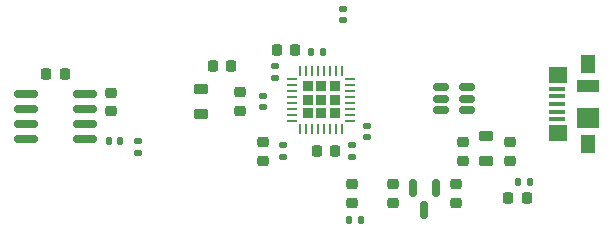
<source format=gbr>
%TF.GenerationSoftware,KiCad,Pcbnew,(6.0.2)*%
%TF.CreationDate,2024-03-31T20:48:55+02:00*%
%TF.ProjectId,STM32L4_Project,53544d33-324c-4345-9f50-726f6a656374,rev?*%
%TF.SameCoordinates,Original*%
%TF.FileFunction,Paste,Top*%
%TF.FilePolarity,Positive*%
%FSLAX46Y46*%
G04 Gerber Fmt 4.6, Leading zero omitted, Abs format (unit mm)*
G04 Created by KiCad (PCBNEW (6.0.2)) date 2024-03-31 20:48:55*
%MOMM*%
%LPD*%
G01*
G04 APERTURE LIST*
G04 Aperture macros list*
%AMRoundRect*
0 Rectangle with rounded corners*
0 $1 Rounding radius*
0 $2 $3 $4 $5 $6 $7 $8 $9 X,Y pos of 4 corners*
0 Add a 4 corners polygon primitive as box body*
4,1,4,$2,$3,$4,$5,$6,$7,$8,$9,$2,$3,0*
0 Add four circle primitives for the rounded corners*
1,1,$1+$1,$2,$3*
1,1,$1+$1,$4,$5*
1,1,$1+$1,$6,$7*
1,1,$1+$1,$8,$9*
0 Add four rect primitives between the rounded corners*
20,1,$1+$1,$2,$3,$4,$5,0*
20,1,$1+$1,$4,$5,$6,$7,0*
20,1,$1+$1,$6,$7,$8,$9,0*
20,1,$1+$1,$8,$9,$2,$3,0*%
G04 Aperture macros list end*
%ADD10RoundRect,0.225000X-0.225000X-0.250000X0.225000X-0.250000X0.225000X0.250000X-0.225000X0.250000X0*%
%ADD11RoundRect,0.225000X0.250000X-0.225000X0.250000X0.225000X-0.250000X0.225000X-0.250000X-0.225000X0*%
%ADD12RoundRect,0.135000X0.135000X0.185000X-0.135000X0.185000X-0.135000X-0.185000X0.135000X-0.185000X0*%
%ADD13RoundRect,0.140000X-0.170000X0.140000X-0.170000X-0.140000X0.170000X-0.140000X0.170000X0.140000X0*%
%ADD14RoundRect,0.218750X0.381250X-0.218750X0.381250X0.218750X-0.381250X0.218750X-0.381250X-0.218750X0*%
%ADD15RoundRect,0.135000X-0.185000X0.135000X-0.185000X-0.135000X0.185000X-0.135000X0.185000X0.135000X0*%
%ADD16RoundRect,0.135000X0.185000X-0.135000X0.185000X0.135000X-0.185000X0.135000X-0.185000X-0.135000X0*%
%ADD17RoundRect,0.150000X-0.512500X-0.150000X0.512500X-0.150000X0.512500X0.150000X-0.512500X0.150000X0*%
%ADD18RoundRect,0.218750X0.218750X0.256250X-0.218750X0.256250X-0.218750X-0.256250X0.218750X-0.256250X0*%
%ADD19RoundRect,0.225000X-0.250000X0.225000X-0.250000X-0.225000X0.250000X-0.225000X0.250000X0.225000X0*%
%ADD20RoundRect,0.140000X0.170000X-0.140000X0.170000X0.140000X-0.170000X0.140000X-0.170000X-0.140000X0*%
%ADD21RoundRect,0.218750X0.256250X-0.218750X0.256250X0.218750X-0.256250X0.218750X-0.256250X-0.218750X0*%
%ADD22RoundRect,0.232500X-0.232500X-0.232500X0.232500X-0.232500X0.232500X0.232500X-0.232500X0.232500X0*%
%ADD23RoundRect,0.062500X-0.375000X-0.062500X0.375000X-0.062500X0.375000X0.062500X-0.375000X0.062500X0*%
%ADD24RoundRect,0.062500X-0.062500X-0.375000X0.062500X-0.375000X0.062500X0.375000X-0.062500X0.375000X0*%
%ADD25RoundRect,0.150000X-0.825000X-0.150000X0.825000X-0.150000X0.825000X0.150000X-0.825000X0.150000X0*%
%ADD26R,1.380000X0.450000*%
%ADD27R,1.550000X1.425000*%
%ADD28R,1.900000X1.000000*%
%ADD29R,1.900000X1.800000*%
%ADD30R,1.300000X1.650000*%
%ADD31RoundRect,0.140000X0.140000X0.170000X-0.140000X0.170000X-0.140000X-0.170000X0.140000X-0.170000X0*%
%ADD32RoundRect,0.218750X-0.381250X0.218750X-0.381250X-0.218750X0.381250X-0.218750X0.381250X0.218750X0*%
%ADD33RoundRect,0.150000X-0.150000X0.587500X-0.150000X-0.587500X0.150000X-0.587500X0.150000X0.587500X0*%
%ADD34RoundRect,0.135000X-0.135000X-0.185000X0.135000X-0.185000X0.135000X0.185000X-0.135000X0.185000X0*%
G04 APERTURE END LIST*
D10*
%TO.C,C2*%
X75475000Y-49650000D03*
X77025000Y-49650000D03*
%TD*%
D11*
%TO.C,C4*%
X81000000Y-52800000D03*
X81000000Y-51250000D03*
%TD*%
%TO.C,C7*%
X110750000Y-57000000D03*
X110750000Y-55450000D03*
%TD*%
%TO.C,C1*%
X110200000Y-60550000D03*
X110200000Y-59000000D03*
%TD*%
D12*
%TO.C,R4*%
X98950000Y-47800000D03*
X97930000Y-47800000D03*
%TD*%
D13*
%TO.C,C9*%
X94850000Y-49020000D03*
X94850000Y-49980000D03*
%TD*%
D14*
%TO.C,FB2*%
X88600000Y-53062500D03*
X88600000Y-50937500D03*
%TD*%
D15*
%TO.C,R5*%
X101350000Y-55690000D03*
X101350000Y-56710000D03*
%TD*%
D16*
%TO.C,R1*%
X83250000Y-56320000D03*
X83250000Y-55300000D03*
%TD*%
D17*
%TO.C,U3*%
X108862500Y-50800000D03*
X108862500Y-51750000D03*
X108862500Y-52700000D03*
X111137500Y-52700000D03*
X111137500Y-51750000D03*
X111137500Y-50800000D03*
%TD*%
D13*
%TO.C,C10*%
X102600000Y-54020000D03*
X102600000Y-54980000D03*
%TD*%
D18*
%TO.C,D2*%
X116175000Y-60200000D03*
X114600000Y-60200000D03*
%TD*%
%TO.C,D3*%
X99937500Y-56200000D03*
X98362500Y-56200000D03*
%TD*%
D19*
%TO.C,C3*%
X104800000Y-59000000D03*
X104800000Y-60550000D03*
%TD*%
D20*
%TO.C,C11*%
X93800000Y-52480000D03*
X93800000Y-51520000D03*
%TD*%
D13*
%TO.C,C13*%
X100600000Y-44120000D03*
X100600000Y-45080000D03*
%TD*%
D21*
%TO.C,D1*%
X101400000Y-60587500D03*
X101400000Y-59012500D03*
%TD*%
D22*
%TO.C,U4*%
X99900000Y-50700000D03*
X97600000Y-53000000D03*
X99900000Y-53000000D03*
X99900000Y-51850000D03*
X98750000Y-53000000D03*
X97600000Y-51850000D03*
X98750000Y-50700000D03*
X97600000Y-50700000D03*
X98750000Y-51850000D03*
D23*
X96312500Y-50100000D03*
X96312500Y-50600000D03*
X96312500Y-51100000D03*
X96312500Y-51600000D03*
X96312500Y-52100000D03*
X96312500Y-52600000D03*
X96312500Y-53100000D03*
X96312500Y-53600000D03*
D24*
X97000000Y-54287500D03*
X97500000Y-54287500D03*
X98000000Y-54287500D03*
X98500000Y-54287500D03*
X99000000Y-54287500D03*
X99500000Y-54287500D03*
X100000000Y-54287500D03*
X100500000Y-54287500D03*
D23*
X101187500Y-53600000D03*
X101187500Y-53100000D03*
X101187500Y-52600000D03*
X101187500Y-52100000D03*
X101187500Y-51600000D03*
X101187500Y-51100000D03*
X101187500Y-50600000D03*
X101187500Y-50100000D03*
D24*
X100500000Y-49412500D03*
X100000000Y-49412500D03*
X99500000Y-49412500D03*
X99000000Y-49412500D03*
X98500000Y-49412500D03*
X98000000Y-49412500D03*
X97500000Y-49412500D03*
X97000000Y-49412500D03*
%TD*%
D10*
%TO.C,C14*%
X89575000Y-49000000D03*
X91125000Y-49000000D03*
%TD*%
%TO.C,C8*%
X94975000Y-47600000D03*
X96525000Y-47600000D03*
%TD*%
D25*
%TO.C,U2*%
X73775000Y-51345000D03*
X73775000Y-52615000D03*
X73775000Y-53885000D03*
X73775000Y-55155000D03*
X78725000Y-55155000D03*
X78725000Y-53885000D03*
X78725000Y-52615000D03*
X78725000Y-51345000D03*
%TD*%
D12*
%TO.C,R2*%
X102110000Y-62000000D03*
X101090000Y-62000000D03*
%TD*%
D19*
%TO.C,C6*%
X114750000Y-55450000D03*
X114750000Y-57000000D03*
%TD*%
D26*
%TO.C,J1*%
X118690000Y-53500000D03*
X118690000Y-52850000D03*
X118690000Y-52200000D03*
X118690000Y-51550000D03*
X118690000Y-50900000D03*
D27*
X118775000Y-54687500D03*
D28*
X121350000Y-50650000D03*
D27*
X118775000Y-49712500D03*
D29*
X121350000Y-53350000D03*
D30*
X121350000Y-55575000D03*
X121350000Y-48825000D03*
%TD*%
D31*
%TO.C,C5*%
X81730000Y-55300000D03*
X80770000Y-55300000D03*
%TD*%
D32*
%TO.C,FB1*%
X112750000Y-54937500D03*
X112750000Y-57062500D03*
%TD*%
D11*
%TO.C,C12*%
X91850000Y-52775000D03*
X91850000Y-51225000D03*
%TD*%
D21*
%TO.C,D4*%
X93800000Y-57000000D03*
X93800000Y-55425000D03*
%TD*%
D16*
%TO.C,R6*%
X95550000Y-56710000D03*
X95550000Y-55690000D03*
%TD*%
D33*
%TO.C,U1*%
X108450000Y-59312500D03*
X106550000Y-59312500D03*
X107500000Y-61187500D03*
%TD*%
D34*
%TO.C,R3*%
X115380000Y-58787500D03*
X116400000Y-58787500D03*
%TD*%
M02*

</source>
